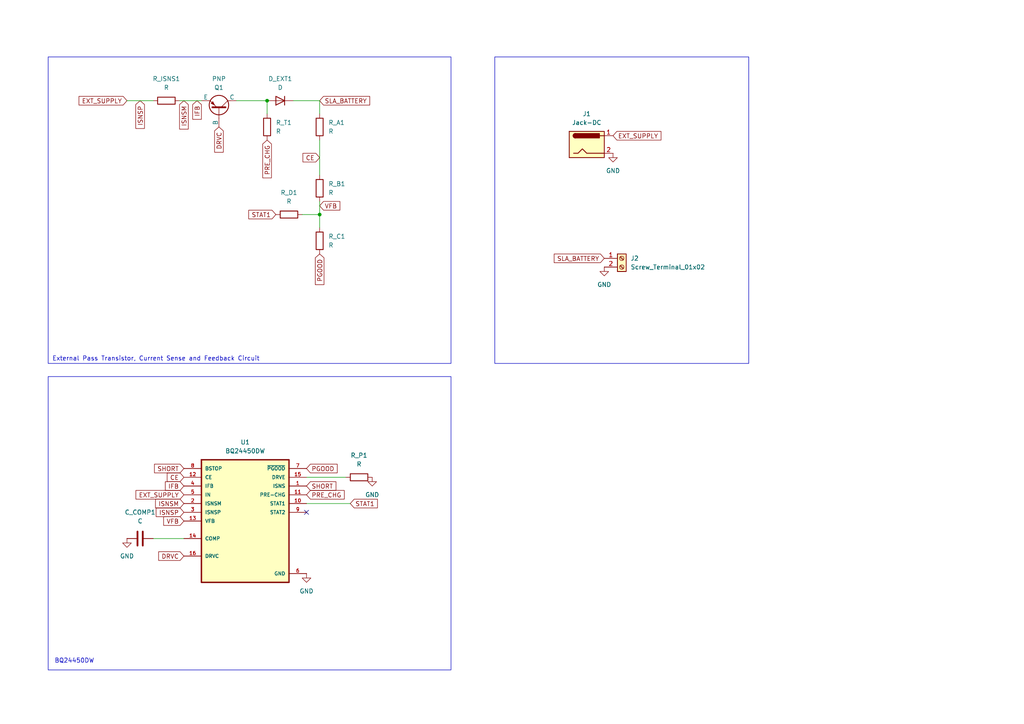
<source format=kicad_sch>
(kicad_sch (version 20231120) (generator "eeschema") (generator_version "8.0")
  (paper "A4")
  (title_block (title "Lead") (date "2025-09-15") (rev "Rev A") (company "Self"))
  (lib_symbols
    (symbol "BQ24450DW:BQ24450DW" (pin_names (offset 1.016))
      (property "Reference" "U" (at -12.7 18.78 0))
      (property "Value" "BQ24450DW" (at -12.7 -21.78 0))
      (symbol "BQ24450DW_0_0"
        (rectangle (start -12.7 -17.78) (end 12.7 17.78) (stroke (width 0.41)) (fill (type background)))
        (pin output line (at 17.78 10.16 180) (length 5.08) (name "ISNS") (number "1"))
        (pin output line (at 17.78 5.08 180) (length 5.08) (name "STAT1") (number "10"))
        (pin output line (at 17.78 7.62 180) (length 5.08) (name "PRE-CHG") (number "11"))
        (pin input line (at -17.78 12.7 0) (length 5.08) (name "CE") (number "12"))
        (pin input line (at -17.78 0 0) (length 5.08) (name "VFB") (number "13"))
        (pin bidirectional line (at -17.78 -5.08 0) (length 5.08) (name "COMP") (number "14"))
        (pin output line (at 17.78 12.7 180) (length 5.08) (name "DRVE") (number "15"))
        (pin bidirectional line (at -17.78 -10.16 0) (length 5.08) (name "DRVC") (number "16"))
        (pin input line (at -17.78 5.08 0) (length 5.08) (name "ISNSM") (number "2"))
        (pin input line (at -17.78 2.54 0) (length 5.08) (name "ISNSP") (number "3"))
        (pin input line (at -17.78 10.16 0) (length 5.08) (name "IFB") (number "4"))
        (pin input line (at -17.78 7.62 0) (length 5.08) (name "IN") (number "5"))
        (pin power_in line (at 17.78 -15.24 180) (length 5.08) (name "GND") (number "6"))
        (pin output line (at 17.78 15.24 180) (length 5.08) (name "~{PGOOD}") (number "7"))
        (pin input line (at -17.78 15.24 0) (length 5.08) (name "BSTOP") (number "8"))
        (pin output line (at 17.78 2.54 180) (length 5.08) (name "STAT2") (number "9"))
      )
    )
    (symbol "Connector:Jack-DC" (pin_names (offset 1.016))
      (property "Reference" "J" (at 0 5.334 0))
      (property "Value" "Jack-DC" (at 0 -5.08 0))
      (symbol "Jack-DC_0_1"
        (rectangle (start -5.08 3.81) (end 5.08 -3.81) (stroke (width 0.254)) (fill (type background)))
        (arc (start -3.302 3.175) (mid -3.9343 2.54) (end -3.302 1.905) (stroke (width 0.254)))
        (arc (start -3.302 3.175) (mid -3.9343 2.54) (end -3.302 1.905) (stroke (width 0.254)) (fill (type outline)))
        (polyline (pts (xy 5.08 2.54) (xy 3.81 2.54)) (stroke (width 0.254)))
        (polyline (pts (xy -3.81 -2.54) (xy -2.54 -2.54) (xy -1.27 -1.27) (xy 0 -2.54) (xy 2.54 -2.54) (xy 5.08 -2.54)) (stroke (width 0.254)))
        (rectangle (start 3.683 3.175) (end -3.302 1.905) (stroke (width 0.254)) (fill (type outline)))
      )
      (symbol "Jack-DC_1_1"
        (pin passive line (at 7.62 2.54 180) (length 2.54) (name "~") (number "1"))
        (pin passive line (at 7.62 -2.54 180) (length 2.54) (name "~") (number "2"))
      )
    )
    (symbol "Connector:Screw_Terminal_01x02" (pin_names (offset 1.016) hide)
      (property "Reference" "J" (at 0 2.54 0))
      (property "Value" "Screw_Terminal_01x02" (at 0 -5.08 0))
      (symbol "Screw_Terminal_01x02_1_1"
        (rectangle (start -1.27 1.27) (end 1.27 -3.81) (stroke (width 0.254)) (fill (type background)))
        (circle (center 0 -2.54) (radius 0.635) (stroke (width 0.1524)))
        (polyline (pts (xy -0.5334 -2.2098) (xy 0.3302 -3.048)) (stroke (width 0.1524)))
        (polyline (pts (xy -0.5334 0.3302) (xy 0.3302 -0.508)) (stroke (width 0.1524)))
        (polyline (pts (xy -0.3556 -2.032) (xy 0.508 -2.8702)) (stroke (width 0.1524)))
        (polyline (pts (xy -0.3556 0.508) (xy 0.508 -0.3302)) (stroke (width 0.1524)))
        (circle (center 0 0) (radius 0.635) (stroke (width 0.1524)))
        (pin passive line (at -5.08 0 0) (length 3.81) (name "Pin_1") (number "1"))
        (pin passive line (at -5.08 -2.54 0) (length 3.81) (name "Pin_2") (number "2"))
      )
    )
    (symbol "Device:C" (pin_numbers hide) (pin_names (offset 0.254))
      (property "Reference" "C" (at 0.635 2.54 0))
      (property "Value" "C" (at 0.635 -2.54 0))
      (symbol "C_0_1"
        (polyline (pts (xy -2.032 -0.762) (xy 2.032 -0.762)) (stroke (width 0.508)))
        (polyline (pts (xy -2.032 0.762) (xy 2.032 0.762)) (stroke (width 0.508)))
      )
      (symbol "C_1_1"
        (pin passive line (at 0 3.81 270) (length 2.794) (name "~") (number "1"))
        (pin passive line (at 0 -3.81 90) (length 2.794) (name "~") (number "2"))
      )
    )
    (symbol "Device:D" (pin_numbers hide) (pin_names (offset 1.016) hide)
      (property "Reference" "D" (at 0 2.54 0))
      (property "Value" "D" (at 0 -2.54 0))
      (symbol "D_0_1"
        (polyline (pts (xy -1.27 1.27) (xy -1.27 -1.27)) (stroke (width 0.254)))
        (polyline (pts (xy 1.27 0) (xy -1.27 0)))
        (polyline (pts (xy 1.27 1.27) (xy 1.27 -1.27) (xy -1.27 0) (xy 1.27 1.27)) (stroke (width 0.254)))
      )
      (symbol "D_1_1"
        (pin passive line (at -3.81 0 0) (length 2.54) (name "K") (number "1"))
        (pin passive line (at 3.81 0 180) (length 2.54) (name "A") (number "2"))
      )
    )
    (symbol "Device:R" (pin_numbers hide) (pin_names (offset 0))
      (property "Reference" "R" (at 2.032 0 90))
      (property "Value" "R" (at 0 0 90))
      (symbol "R_0_1"
        (rectangle (start -1.016 -2.54) (end 1.016 2.54) (stroke (width 0.254)))
      )
      (symbol "R_1_1"
        (pin passive line (at 0 3.81 270) (length 1.27) (name "~") (number "1"))
        (pin passive line (at 0 -3.81 90) (length 1.27) (name "~") (number "2"))
      )
    )
    (symbol "Simulation_SPICE:PNP" (pin_numbers hide) (pin_names (offset 0))
      (property "Reference" "Q" (at -2.54 7.62 0))
      (property "Value" "PNP" (at -2.54 5.08 0))
      (symbol "PNP_0_1"
        (polyline (pts (xy -2.54 0) (xy 0.635 0)) (stroke (width 0.1524)))
        (polyline (pts (xy 0.635 0.635) (xy 2.54 2.54)))
        (polyline (pts (xy 0.635 -0.635) (xy 2.54 -2.54) (xy 2.54 -2.54)))
        (polyline (pts (xy 0.635 1.905) (xy 0.635 -1.905) (xy 0.635 -1.905)) (stroke (width 0.508)))
        (polyline (pts (xy 2.286 -1.778) (xy 1.778 -2.286) (xy 1.27 -1.27) (xy 2.286 -1.778) (xy 2.286 -1.778)) (fill (type outline)))
        (circle (center 1.27 0) (radius 2.8194) (stroke (width 0.254)))
      )
      (symbol "PNP_1_1"
        (pin open_collector line (at 2.54 5.08 270) (length 2.54) (name "C") (number "1"))
        (pin input line (at -5.08 0 0) (length 2.54) (name "B") (number "2"))
        (pin open_emitter line (at 2.54 -5.08 90) (length 2.54) (name "E") (number "3"))
      )
    )
    (symbol "power:GND" (power) (pin_numbers hide) (pin_names (offset 0) hide)
      (property "Value" "GND" (at 0 -3.81 0))
      (symbol "GND_0_1"
        (polyline (pts (xy 0 0) (xy 0 -1.27) (xy 1.27 -1.27) (xy 0 -2.54) (xy -1.27 -1.27) (xy 0 -1.27)))
      )
      (symbol "GND_1_1"
        (pin power_in line (at 0 0 270) (length 0) (name "~") (number "1"))
      )
    )
  )
  (junction (at 92.71 62.23))
  (junction (at 77.47 29.21))
  (no_connect (at 88.9 148.59))
  (wire (pts (xy 88.9 138.43) (xy 100.33 138.43)))
  (wire (pts (xy 92.71 40.64) (xy 92.71 50.8)))
  (wire (pts (xy 77.47 29.21) (xy 77.47 33.02)))
  (wire (pts (xy 36.83 29.21) (xy 44.45 29.21)))
  (wire (pts (xy 88.9 146.05) (xy 101.6 146.05)))
  (wire (pts (xy 44.45 156.21) (xy 53.34 156.21)))
  (wire (pts (xy 87.63 62.23) (xy 92.71 62.23)))
  (wire (pts (xy 52.07 29.21) (xy 58.42 29.21)))
  (wire (pts (xy 92.71 58.42) (xy 92.71 62.23)))
  (wire (pts (xy 77.47 29.21) (xy 68.58 29.21)))
  (wire (pts (xy 92.71 62.23) (xy 92.71 66.04)))
  (wire (pts (xy 92.71 33.02) (xy 92.71 29.21)))
  (wire (pts (xy 92.71 29.21) (xy 85.09 29.21)))
  (rectangle (start 13.97 16.51) (end 130.81 105.41))
  (rectangle (start 13.97 109.22) (end 130.81 194.31))
  (rectangle (start 143.51 16.51) (end 217.17 105.41))
  (text "External Pass Transistor, Current Sense and Feedback Circuit " (at 45.72 104.14 0) (effects (font (size 1.27 1.27))))
  (text "BQ24450DW" (at 21.59 191.77 0) (effects (font (size 1.27 1.27))))
  (global_label "ISNSM" (shape input) (at 53.34 29.21 270) (property "Intersheetrefs" "${INTERSHEET_REFS}" (effects (hide yes))))
  (global_label "DRVC" (shape input) (at 63.5 36.83 270) (property "Intersheetrefs" "${INTERSHEET_REFS}" (effects (hide yes))))
  (global_label "SLA_BATTERY" (shape input) (at 92.71 29.21 0) (property "Intersheetrefs" "${INTERSHEET_REFS}" (effects (hide yes))))
  (global_label "EXT_SUPPLY" (shape input) (at 53.34 143.51 180) (property "Intersheetrefs" "${INTERSHEET_REFS}" (effects (hide yes))))
  (global_label "VFB" (shape input) (at 53.34 151.13 180) (property "Intersheetrefs" "${INTERSHEET_REFS}" (effects (hide yes))))
  (global_label "PRE_CHG" (shape input) (at 77.47 40.64 270) (property "Intersheetrefs" "${INTERSHEET_REFS}" (effects (hide yes))))
  (global_label "CE" (shape input) (at 92.71 45.72 180) (property "Intersheetrefs" "${INTERSHEET_REFS}" (effects (hide yes))))
  (global_label "ISNSP" (shape input) (at 53.34 148.59 180) (property "Intersheetrefs" "${INTERSHEET_REFS}" (effects (hide yes))))
  (global_label "DRVC" (shape input) (at 53.34 161.29 180) (property "Intersheetrefs" "${INTERSHEET_REFS}" (effects (hide yes))))
  (global_label "VFB" (shape input) (at 92.71 59.69 0) (property "Intersheetrefs" "${INTERSHEET_REFS}" (effects (hide yes))))
  (global_label "STAT1" (shape input) (at 101.6 146.05 0) (property "Intersheetrefs" "${INTERSHEET_REFS}" (effects (hide yes))))
  (global_label "PGOOD" (shape input) (at 88.9 135.89 0) (property "Intersheetrefs" "${INTERSHEET_REFS}" (effects (hide yes))))
  (global_label "SHORT" (shape input) (at 88.9 140.97 0) (property "Intersheetrefs" "${INTERSHEET_REFS}" (effects (hide yes))))
  (global_label "PRE_CHG" (shape input) (at 88.9 143.51 0) (property "Intersheetrefs" "${INTERSHEET_REFS}" (effects (hide yes))))
  (global_label "CE" (shape input) (at 53.34 138.43 180) (property "Intersheetrefs" "${INTERSHEET_REFS}" (effects (hide yes))))
  (global_label "ISNSM" (shape input) (at 53.34 146.05 180) (property "Intersheetrefs" "${INTERSHEET_REFS}" (effects (hide yes))))
  (global_label "SHORT" (shape input) (at 53.34 135.89 180) (property "Intersheetrefs" "${INTERSHEET_REFS}" (effects (hide yes))))
  (global_label "EXT_SUPPLY" (shape input) (at 177.8 39.37 0) (property "Intersheetrefs" "${INTERSHEET_REFS}" (effects (hide yes))))
  (global_label "PGOOD" (shape input) (at 92.71 73.66 270) (property "Intersheetrefs" "${INTERSHEET_REFS}" (effects (hide yes))))
  (global_label "IFB" (shape input) (at 53.34 140.97 180) (property "Intersheetrefs" "${INTERSHEET_REFS}" (effects (hide yes))))
  (global_label "IFB" (shape input) (at 57.15 29.21 270) (property "Intersheetrefs" "${INTERSHEET_REFS}" (effects (hide yes))))
  (global_label "ISNSP" (shape input) (at 40.64 29.21 270) (property "Intersheetrefs" "${INTERSHEET_REFS}" (effects (hide yes))))
  (global_label "SLA_BATTERY" (shape input) (at 175.26 74.93 180) (property "Intersheetrefs" "${INTERSHEET_REFS}" (effects (hide yes))))
  (global_label "STAT1" (shape input) (at 80.01 62.23 180) (property "Intersheetrefs" "${INTERSHEET_REFS}" (effects (hide yes))))
  (global_label "EXT_SUPPLY" (shape input) (at 36.83 29.21 180) (property "Intersheetrefs" "${INTERSHEET_REFS}" (effects (hide yes))))
  (symbol (lib_id "power:GND") (at 88.9 166.37 0) (unit 1)
    (property "Reference" "#PWR03" (effects (hide yes)))
    (property "Value" "GND" (at 88.9 171.45 0))
    (property "Description" "Power symbol creates a global label with name \"GND\" , ground" (effects (hide yes)))
  )
  (symbol (lib_id "Device:R") (at 48.26 29.21 270) (unit 1)
    (property "Reference" "R_ISNS1" (at 48.26 22.86 90))
    (property "Value" "R" (at 48.26 25.4 90))
    (property "Footprint" "Resistor_THT:R_Axial_DIN0309_L9.0mm_D3.2mm_P12.70mm_Horizontal" (effects (hide yes)))
    (property "Description" "Resistor" (effects (hide yes)))
  )
  (symbol (lib_id "power:GND") (at 175.26 77.47 0) (unit 1)
    (property "Reference" "#PWR05" (effects (hide yes)))
    (property "Value" "GND" (at 175.26 82.55 0))
    (property "Description" "Power symbol creates a global label with name \"GND\" , ground" (effects (hide yes)))
  )
  (symbol (lib_id "BQ24450DW:BQ24450DW") (at 71.12 151.13 0) (unit 1)
    (property "Reference" "U1" (at 71.12 128.27 0))
    (property "Value" "BQ24450DW" (at 71.12 130.81 0))
    (property "Footprint" "Connector_BarrelJack:BarrelJack_Horizontal" (effects (hide yes)))
  )
  (symbol (lib_id "power:GND") (at 177.8 44.45 0) (unit 1)
    (property "Reference" "#PWR04" (effects (hide yes)))
    (property "Value" "GND" (at 177.8 49.53 0))
    (property "Description" "Power symbol creates a global label with name \"GND\" , ground" (effects (hide yes)))
  )
  (symbol (lib_id "Device:R") (at 77.47 36.83 0) (unit 1)
    (property "Reference" "R_T1" (at 80.01 35.5599 0) (effects (justify left)))
    (property "Value" "R" (at 80.01 38.0999 0) (effects (justify left)))
    (property "Footprint" "Resistor_THT:R_Axial_DIN0309_L9.0mm_D3.2mm_P12.70mm_Horizontal" (effects (hide yes)))
    (property "Description" "Resistor" (effects (hide yes)))
  )
  (symbol (lib_id "Device:R") (at 92.71 69.85 0) (unit 1)
    (property "Reference" "R_C1" (at 95.25 68.5799 0) (effects (justify left)))
    (property "Value" "R" (at 95.25 71.1199 0) (effects (justify left)))
    (property "Footprint" "Resistor_THT:R_Axial_DIN0309_L9.0mm_D3.2mm_P12.70mm_Horizontal" (effects (hide yes)))
    (property "Description" "Resistor" (effects (hide yes)))
  )
  (symbol (lib_id "Device:R") (at 104.14 138.43 90) (unit 1)
    (property "Reference" "R_P1" (at 104.14 132.08 90))
    (property "Value" "R" (at 104.14 134.62 90))
    (property "Footprint" "Resistor_THT:R_Axial_DIN0309_L9.0mm_D3.2mm_P12.70mm_Horizontal" (effects (hide yes)))
    (property "Description" "Resistor" (effects (hide yes)))
  )
  (symbol (lib_id "Simulation_SPICE:PNP") (at 63.5 31.75 270) (mirror x) (unit 1)
    (property "Reference" "Q1" (at 63.5 25.4 90))
    (property "Value" "PNP" (at 63.5 22.86 90))
    (property "Datasheet" "https://ngspice.sourceforge.io/docs/ngspice-html-manual/manual.xhtml#cha_BJTs" (effects (hide yes)))
    (property "Description" "Bipolar transistor symbol for simulation only, substrate tied to the emitter" (effects (hide yes)))
    (property "Sim.Device" "PNP" (effects (hide yes)))
    (property "Sim.Type" "GUMMELPOON" (effects (hide yes)))
    (property "Sim.Pins" "1=C 2=B 3=E" (effects (hide yes)))
  )
  (symbol (lib_id "Device:R") (at 92.71 54.61 0) (unit 1)
    (property "Reference" "R_B1" (at 95.25 53.3399 0) (effects (justify left)))
    (property "Value" "R" (at 95.25 55.8799 0) (effects (justify left)))
    (property "Footprint" "Resistor_THT:R_Axial_DIN0309_L9.0mm_D3.2mm_P12.70mm_Horizontal" (effects (hide yes)))
    (property "Description" "Resistor" (effects (hide yes)))
  )
  (symbol (lib_id "Device:R") (at 92.71 36.83 0) (unit 1)
    (property "Reference" "R_A1" (at 95.25 35.5599 0) (effects (justify left)))
    (property "Value" "R" (at 95.25 38.0999 0) (effects (justify left)))
    (property "Footprint" "Resistor_THT:R_Axial_DIN0309_L9.0mm_D3.2mm_P12.70mm_Horizontal" (effects (hide yes)))
    (property "Description" "Resistor" (effects (hide yes)))
  )
  (symbol (lib_id "Device:C") (at 40.64 156.21 90) (unit 1)
    (property "Reference" "C_COMP1" (at 40.64 148.59 90))
    (property "Value" "C" (at 40.64 151.13 90))
    (property "Footprint" "Capacitor_THT:CP_Axial_L29.0mm_D10.0mm_P35.00mm_Horizontal" (effects (hide yes)))
    (property "Description" "Unpolarized capacitor" (effects (hide yes)))
  )
  (symbol (lib_id "power:GND") (at 107.95 138.43 0) (unit 1)
    (property "Reference" "#PWR02" (effects (hide yes)))
    (property "Value" "GND" (at 107.95 143.51 0))
    (property "Description" "Power symbol creates a global label with name \"GND\" , ground" (effects (hide yes)))
  )
  (symbol (lib_id "Connector:Jack-DC") (at 170.18 41.91 0) (unit 1)
    (property "Reference" "J1" (at 170.18 33.02 0))
    (property "Value" "Jack-DC" (at 170.18 35.56 0))
    (property "Footprint" "Connector_BarrelJack:BarrelJack_Horizontal" (effects (hide yes)))
    (property "Description" "DC Barrel Jack" (effects (hide yes)))
  )
  (symbol (lib_id "power:GND") (at 36.83 156.21 0) (unit 1)
    (property "Reference" "#PWR01" (effects (hide yes)))
    (property "Value" "GND" (at 36.83 161.29 0))
    (property "Description" "Power symbol creates a global label with name \"GND\" , ground" (effects (hide yes)))
  )
  (symbol (lib_id "Connector:Screw_Terminal_01x02") (at 180.34 74.93 0) (unit 1)
    (property "Reference" "J2" (at 182.88 74.9299 0) (effects (justify left)))
    (property "Value" "Screw_Terminal_01x02" (at 182.88 77.4699 0) (effects (justify left)))
    (property "Description" "Generic screw terminal, single row, 01x02, script generated (kicad-library-utils/schlib/autogen/connector/)" (effects (hide yes)))
  )
  (symbol (lib_id "Device:D") (at 81.28 29.21 180) (unit 1)
    (property "Reference" "D_EXT1" (at 81.28 22.86 0))
    (property "Value" "D" (at 81.28 25.4 0))
    (property "Footprint" "Diode_THT:D_5KPW_P12.70mm_Horizontal" (effects (hide yes)))
    (property "Description" "Diode" (effects (hide yes)))
    (property "Sim.Device" "D" (effects (hide yes)))
    (property "Sim.Pins" "1=K 2=A" (effects (hide yes)))
  )
  (symbol (lib_id "Device:R") (at 83.82 62.23 90) (unit 1)
    (property "Reference" "R_D1" (at 83.82 55.88 90))
    (property "Value" "R" (at 83.82 58.42 90))
    (property "Footprint" "Resistor_THT:R_Axial_DIN0309_L9.0mm_D3.2mm_P12.70mm_Horizontal" (effects (hide yes)))
    (property "Description" "Resistor" (effects (hide yes)))
  )
)
</source>
